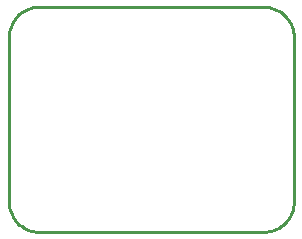
<source format=gbr>
G04 EAGLE Gerber RS-274X export*
G75*
%MOMM*%
%FSLAX34Y34*%
%LPD*%
%IN*%
%IPPOS*%
%AMOC8*
5,1,8,0,0,1.08239X$1,22.5*%
G01*
G04 Define Apertures*
%ADD10C,0.254000*%
D10*
X0Y25400D02*
X97Y23186D01*
X386Y20989D01*
X865Y18826D01*
X1532Y16713D01*
X2380Y14666D01*
X3403Y12700D01*
X4594Y10831D01*
X5942Y9073D01*
X7440Y7440D01*
X9073Y5942D01*
X10831Y4594D01*
X12700Y3403D01*
X14666Y2380D01*
X16713Y1532D01*
X18826Y865D01*
X20989Y386D01*
X23186Y97D01*
X25400Y0D01*
X215900Y0D01*
X218114Y97D01*
X220311Y386D01*
X222474Y865D01*
X224587Y1532D01*
X226635Y2380D01*
X228600Y3403D01*
X230469Y4594D01*
X232227Y5942D01*
X233861Y7440D01*
X235358Y9073D01*
X236706Y10831D01*
X237897Y12700D01*
X238920Y14666D01*
X239768Y16713D01*
X240435Y18826D01*
X240914Y20989D01*
X241203Y23186D01*
X241300Y25400D01*
X241300Y165100D01*
X241203Y167314D01*
X240914Y169511D01*
X240435Y171674D01*
X239768Y173787D01*
X238920Y175835D01*
X237897Y177800D01*
X236706Y179669D01*
X235358Y181427D01*
X233861Y183061D01*
X232227Y184558D01*
X230469Y185906D01*
X228600Y187097D01*
X226635Y188120D01*
X224587Y188968D01*
X222474Y189635D01*
X220311Y190114D01*
X218114Y190403D01*
X215900Y190500D01*
X25400Y190500D01*
X23186Y190403D01*
X20989Y190114D01*
X18826Y189635D01*
X16713Y188968D01*
X14666Y188120D01*
X12700Y187097D01*
X10831Y185906D01*
X9073Y184558D01*
X7440Y183061D01*
X5942Y181427D01*
X4594Y179669D01*
X3403Y177800D01*
X2380Y175835D01*
X1532Y173787D01*
X865Y171674D01*
X386Y169511D01*
X97Y167314D01*
X0Y165100D01*
X0Y25400D01*
M02*

</source>
